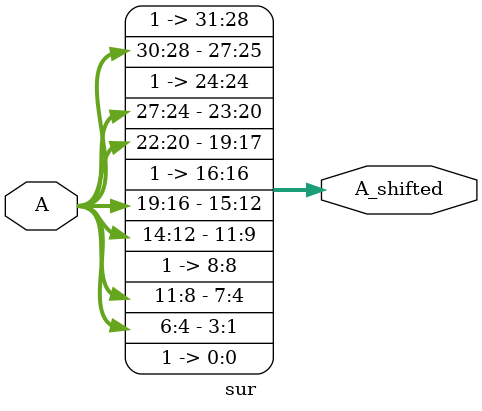
<source format=v>
module sur(
    output[31:0] A_shifted,
    input[31:0] A
);
// Set the left border
assign A_shifted[0] = 1'b1;
assign A_shifted[8] = 1'b1;
assign A_shifted[16] = 1'b1;
assign A_shifted[24] = 1'b1;

// Set the bottom border
assign A_shifted[31:28] = 4'b1111;

// Set the rest
assign A_shifted[3:1] = A[6:4];
assign A_shifted[7:4] = A[11:8];

assign A_shifted[11:9] = A[14:12];
assign A_shifted[15:12] = A[19:16];

assign A_shifted[19:17] = A[22:20];
assign A_shifted[23:20] = A[27:24];

assign A_shifted[27:25] = A[30:28];
endmodule
</source>
